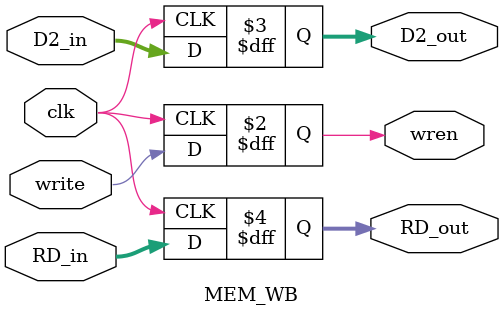
<source format=v>

module MEM_WB (
	input write,
	input [31:0] D2_in,
	input [4:0] RD_in,
	input clk,
	output reg wren,
	output reg [31:0] D2_out,
	output reg [4:0] RD_out);

	always @ (posedge clk)
	begin
		D2_out <= D2_in;
		RD_out <= RD_in;
		wren <= write;
		
	end

endmodule
</source>
